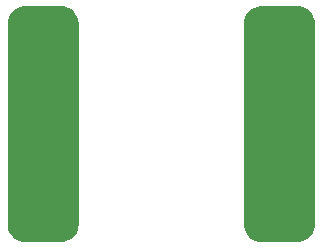
<source format=gbr>
%TF.GenerationSoftware,KiCad,Pcbnew,(5.99.0-2619-gb519867d9)*%
%TF.CreationDate,2020-08-09T22:36:06+05:30*%
%TF.ProjectId,Power_Supply,506f7765-725f-4537-9570-706c792e6b69,rev?*%
%TF.SameCoordinates,Original*%
%TF.FileFunction,Paste,Bot*%
%TF.FilePolarity,Positive*%
%FSLAX46Y46*%
G04 Gerber Fmt 4.6, Leading zero omitted, Abs format (unit mm)*
G04 Created by KiCad (PCBNEW (5.99.0-2619-gb519867d9)) date 2020-08-09 22:36:06*
%MOMM*%
%LPD*%
G01*
G04 APERTURE LIST*
G04 APERTURE END LIST*
%TO.C,J3*%
G36*
X23737086Y-39014659D02*
G01*
X23973039Y-39072816D01*
X24196608Y-39168070D01*
X24402002Y-39297953D01*
X24583901Y-39459102D01*
X24737595Y-39647342D01*
X24859103Y-39857799D01*
X24945277Y-40085022D01*
X24993886Y-40323126D01*
X25000000Y-40424201D01*
X25000000Y-57555506D01*
X24985341Y-57737086D01*
X24927184Y-57973039D01*
X24831930Y-58196608D01*
X24702047Y-58402002D01*
X24540898Y-58583901D01*
X24352658Y-58737595D01*
X24142201Y-58859103D01*
X23914978Y-58945277D01*
X23676874Y-58993886D01*
X23575799Y-59000000D01*
X20444494Y-59000000D01*
X20262914Y-58985341D01*
X20026961Y-58927184D01*
X19803392Y-58831930D01*
X19597998Y-58702047D01*
X19416099Y-58540898D01*
X19262405Y-58352658D01*
X19140897Y-58142201D01*
X19054723Y-57914978D01*
X19006114Y-57676874D01*
X19000000Y-57575799D01*
X19000000Y-40444494D01*
X19014659Y-40262914D01*
X19072816Y-40026961D01*
X19168070Y-39803392D01*
X19297953Y-39597998D01*
X19459102Y-39416099D01*
X19647342Y-39262405D01*
X19857799Y-39140897D01*
X20085022Y-39054723D01*
X20323126Y-39006114D01*
X20424201Y-39000000D01*
X23555506Y-39000000D01*
X23737086Y-39014659D01*
G37*
%TD*%
%TO.C,J2*%
G36*
X43737086Y-39014659D02*
G01*
X43973039Y-39072816D01*
X44196608Y-39168070D01*
X44402002Y-39297953D01*
X44583901Y-39459102D01*
X44737595Y-39647342D01*
X44859103Y-39857799D01*
X44945277Y-40085022D01*
X44993886Y-40323126D01*
X45000000Y-40424201D01*
X45000000Y-57555506D01*
X44985341Y-57737086D01*
X44927184Y-57973039D01*
X44831930Y-58196608D01*
X44702047Y-58402002D01*
X44540898Y-58583901D01*
X44352658Y-58737595D01*
X44142201Y-58859103D01*
X43914978Y-58945277D01*
X43676874Y-58993886D01*
X43575799Y-59000000D01*
X40444494Y-59000000D01*
X40262914Y-58985341D01*
X40026961Y-58927184D01*
X39803392Y-58831930D01*
X39597998Y-58702047D01*
X39416099Y-58540898D01*
X39262405Y-58352658D01*
X39140897Y-58142201D01*
X39054723Y-57914978D01*
X39006114Y-57676874D01*
X39000000Y-57575799D01*
X39000000Y-40444494D01*
X39014659Y-40262914D01*
X39072816Y-40026961D01*
X39168070Y-39803392D01*
X39297953Y-39597998D01*
X39459102Y-39416099D01*
X39647342Y-39262405D01*
X39857799Y-39140897D01*
X40085022Y-39054723D01*
X40323126Y-39006114D01*
X40424201Y-39000000D01*
X43555506Y-39000000D01*
X43737086Y-39014659D01*
G37*
%TD*%
M02*

</source>
